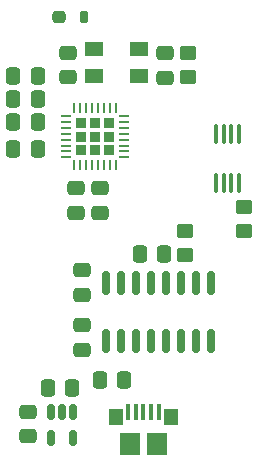
<source format=gbr>
%TF.GenerationSoftware,KiCad,Pcbnew,(6.0.2)*%
%TF.CreationDate,2022-03-11T22:28:15+02:00*%
%TF.ProjectId,project1,70726f6a-6563-4743-912e-6b696361645f,rev?*%
%TF.SameCoordinates,Original*%
%TF.FileFunction,Paste,Top*%
%TF.FilePolarity,Positive*%
%FSLAX46Y46*%
G04 Gerber Fmt 4.6, Leading zero omitted, Abs format (unit mm)*
G04 Created by KiCad (PCBNEW (6.0.2)) date 2022-03-11 22:28:15*
%MOMM*%
%LPD*%
G01*
G04 APERTURE LIST*
G04 Aperture macros list*
%AMRoundRect*
0 Rectangle with rounded corners*
0 $1 Rounding radius*
0 $2 $3 $4 $5 $6 $7 $8 $9 X,Y pos of 4 corners*
0 Add a 4 corners polygon primitive as box body*
4,1,4,$2,$3,$4,$5,$6,$7,$8,$9,$2,$3,0*
0 Add four circle primitives for the rounded corners*
1,1,$1+$1,$2,$3*
1,1,$1+$1,$4,$5*
1,1,$1+$1,$6,$7*
1,1,$1+$1,$8,$9*
0 Add four rect primitives between the rounded corners*
20,1,$1+$1,$2,$3,$4,$5,0*
20,1,$1+$1,$4,$5,$6,$7,0*
20,1,$1+$1,$6,$7,$8,$9,0*
20,1,$1+$1,$8,$9,$2,$3,0*%
G04 Aperture macros list end*
%ADD10RoundRect,0.250000X-0.337500X-0.475000X0.337500X-0.475000X0.337500X0.475000X-0.337500X0.475000X0*%
%ADD11RoundRect,0.250000X0.450000X-0.350000X0.450000X0.350000X-0.450000X0.350000X-0.450000X-0.350000X0*%
%ADD12RoundRect,0.250000X0.337500X0.475000X-0.337500X0.475000X-0.337500X-0.475000X0.337500X-0.475000X0*%
%ADD13RoundRect,0.150000X-0.150000X0.825000X-0.150000X-0.825000X0.150000X-0.825000X0.150000X0.825000X0*%
%ADD14RoundRect,0.250000X0.475000X-0.337500X0.475000X0.337500X-0.475000X0.337500X-0.475000X-0.337500X0*%
%ADD15RoundRect,0.250000X-0.450000X0.350000X-0.450000X-0.350000X0.450000X-0.350000X0.450000X0.350000X0*%
%ADD16RoundRect,0.100000X-0.100000X0.712500X-0.100000X-0.712500X0.100000X-0.712500X0.100000X0.712500X0*%
%ADD17RoundRect,0.150000X-0.150000X0.512500X-0.150000X-0.512500X0.150000X-0.512500X0.150000X0.512500X0*%
%ADD18RoundRect,0.232500X-0.232500X-0.232500X0.232500X-0.232500X0.232500X0.232500X-0.232500X0.232500X0*%
%ADD19RoundRect,0.062500X-0.375000X-0.062500X0.375000X-0.062500X0.375000X0.062500X-0.375000X0.062500X0*%
%ADD20RoundRect,0.062500X-0.062500X-0.375000X0.062500X-0.375000X0.062500X0.375000X-0.062500X0.375000X0*%
%ADD21RoundRect,0.250000X-0.475000X0.337500X-0.475000X-0.337500X0.475000X-0.337500X0.475000X0.337500X0*%
%ADD22R,0.400000X1.400000*%
%ADD23R,1.750000X1.900000*%
%ADD24R,1.150000X1.450000*%
%ADD25R,1.600000X1.300000*%
%ADD26RoundRect,0.254000X-0.304800X-0.254000X0.304800X-0.254000X0.304800X0.254000X-0.304800X0.254000X0*%
%ADD27RoundRect,0.177800X-0.177800X-0.330200X0.177800X-0.330200X0.177800X0.330200X-0.177800X0.330200X0*%
G04 APERTURE END LIST*
D10*
%TO.C,C9*%
X53921000Y-103858900D03*
X55996000Y-103858900D03*
%TD*%
D11*
%TO.C,R1*%
X68700000Y-102012500D03*
X68700000Y-100012500D03*
%TD*%
D12*
%TO.C,C1*%
X66702300Y-117023400D03*
X64627300Y-117023400D03*
%TD*%
D13*
%TO.C,U1*%
X70668600Y-119425200D03*
X69398600Y-119425200D03*
X68128600Y-119425200D03*
X66858600Y-119425200D03*
X65588600Y-119425200D03*
X64318600Y-119425200D03*
X63048600Y-119425200D03*
X61778600Y-119425200D03*
X61778600Y-124375200D03*
X63048600Y-124375200D03*
X64318600Y-124375200D03*
X65588600Y-124375200D03*
X66858600Y-124375200D03*
X68128600Y-124375200D03*
X69398600Y-124375200D03*
X70668600Y-124375200D03*
%TD*%
D14*
%TO.C,C13*%
X66781000Y-102058900D03*
X66781000Y-99983900D03*
%TD*%
%TO.C,C3*%
X59766400Y-120452400D03*
X59766400Y-118377400D03*
%TD*%
D15*
%TO.C,R3*%
X68509600Y-115074200D03*
X68509600Y-117074200D03*
%TD*%
D10*
%TO.C,C11*%
X53921000Y-105808700D03*
X55996000Y-105808700D03*
%TD*%
D16*
%TO.C,U4*%
X73035000Y-106797500D03*
X72385000Y-106797500D03*
X71735000Y-106797500D03*
X71085000Y-106797500D03*
X71085000Y-111022500D03*
X71735000Y-111022500D03*
X72385000Y-111022500D03*
X73035000Y-111022500D03*
%TD*%
D17*
%TO.C,U2*%
X59020200Y-130338500D03*
X58070200Y-130338500D03*
X57120200Y-130338500D03*
X57120200Y-132613500D03*
X59020200Y-132613500D03*
%TD*%
D10*
%TO.C,L1*%
X53921000Y-101909100D03*
X55996000Y-101909100D03*
%TD*%
D11*
%TO.C,R2*%
X73490000Y-115020000D03*
X73490000Y-113020000D03*
%TD*%
D10*
%TO.C,C6*%
X53921000Y-108141100D03*
X55996000Y-108141100D03*
%TD*%
D18*
%TO.C,U3*%
X60850000Y-108212500D03*
X59700000Y-108212500D03*
X60850000Y-107062500D03*
X62000000Y-108212500D03*
X60850000Y-105912500D03*
X59700000Y-105912500D03*
X59700000Y-107062500D03*
X62000000Y-107062500D03*
X62000000Y-105912500D03*
D19*
X58412500Y-105312500D03*
X58412500Y-105812500D03*
X58412500Y-106312500D03*
X58412500Y-106812500D03*
X58412500Y-107312500D03*
X58412500Y-107812500D03*
X58412500Y-108312500D03*
X58412500Y-108812500D03*
D20*
X59100000Y-109500000D03*
X59600000Y-109500000D03*
X60100000Y-109500000D03*
X60600000Y-109500000D03*
X61100000Y-109500000D03*
X61600000Y-109500000D03*
X62100000Y-109500000D03*
X62600000Y-109500000D03*
D19*
X63287500Y-108812500D03*
X63287500Y-108312500D03*
X63287500Y-107812500D03*
X63287500Y-107312500D03*
X63287500Y-106812500D03*
X63287500Y-106312500D03*
X63287500Y-105812500D03*
X63287500Y-105312500D03*
D20*
X62600000Y-104625000D03*
X62100000Y-104625000D03*
X61600000Y-104625000D03*
X61100000Y-104625000D03*
X60600000Y-104625000D03*
X60100000Y-104625000D03*
X59600000Y-104625000D03*
X59100000Y-104625000D03*
%TD*%
D14*
%TO.C,C4*%
X59260000Y-113510000D03*
X59260000Y-111435000D03*
%TD*%
D21*
%TO.C,C10*%
X55200000Y-130336900D03*
X55200000Y-132411900D03*
%TD*%
D10*
%TO.C,C7*%
X61249100Y-127640600D03*
X63324100Y-127640600D03*
%TD*%
D14*
%TO.C,C5*%
X61241200Y-113510000D03*
X61241200Y-111435000D03*
%TD*%
D22*
%TO.C,J1*%
X63653600Y-130407000D03*
X64303600Y-130407000D03*
X64953600Y-130407000D03*
X65603600Y-130407000D03*
X66253600Y-130407000D03*
D23*
X63828600Y-133057000D03*
D24*
X62633600Y-130827000D03*
X67273600Y-130827000D03*
D23*
X66078600Y-133057000D03*
%TD*%
D12*
%TO.C,C8*%
X58927700Y-128326400D03*
X56852700Y-128326400D03*
%TD*%
D21*
%TO.C,C2*%
X59766400Y-123043200D03*
X59766400Y-125118200D03*
%TD*%
%TO.C,C12*%
X58596000Y-99971400D03*
X58596000Y-102046400D03*
%TD*%
D25*
%TO.C,Y2*%
X60781000Y-101951400D03*
X64581000Y-101951400D03*
X64581000Y-99651400D03*
X60781000Y-99651400D03*
%TD*%
D26*
%TO.C,J2*%
X57772300Y-96901000D03*
D27*
X59905900Y-96901000D03*
%TD*%
M02*

</source>
